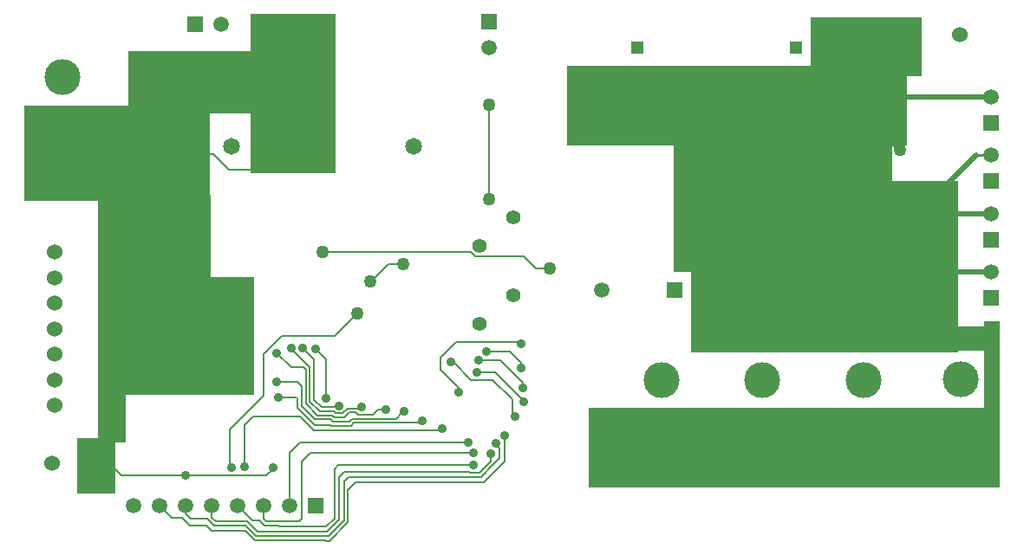
<source format=gbl>
G04*
G04 #@! TF.GenerationSoftware,Altium Limited,Altium Designer,18.1.9 (240)*
G04*
G04 Layer_Physical_Order=2*
G04 Layer_Color=16711680*
%FSLAX25Y25*%
%MOIN*%
G70*
G01*
G75*
%ADD13C,0.00787*%
%ADD15C,0.01000*%
%ADD25R,0.05906X0.05906*%
%ADD60C,0.01968*%
%ADD69C,0.06000*%
%ADD70C,0.06496*%
%ADD71C,0.05906*%
%ADD72R,0.05906X0.05906*%
%ADD73C,0.05512*%
%ADD74C,0.04724*%
%ADD75R,0.04724X0.04724*%
%ADD76C,0.13780*%
%ADD77C,0.05000*%
%ADD78C,0.03543*%
%ADD79R,0.50500X0.24000*%
%ADD80R,0.32777X0.61500*%
%ADD81R,0.34000X0.35000*%
%ADD82R,0.55500X0.45500*%
%ADD83R,1.58000X0.30500*%
%ADD84R,0.06000X0.59324*%
%ADD85R,0.20500X0.09500*%
%ADD86R,1.02500X0.66000*%
%ADD87R,0.84000X0.51000*%
%ADD88R,0.42500X0.22500*%
%ADD89R,1.31000X0.31000*%
%ADD90R,0.11000X0.94000*%
%ADD91R,0.14500X0.21500*%
%ADD92R,0.71500X0.36500*%
D13*
X400000Y433000D02*
X429500D01*
X439000Y423500D01*
X440000D01*
X237500Y373500D02*
X243500Y379500D01*
X249000D01*
X293500Y349500D02*
X294000Y349000D01*
X269500Y349500D02*
X293500D01*
X263500Y343500D02*
X269500Y349500D01*
X263500Y339000D02*
Y343500D01*
Y339000D02*
X270500Y332000D01*
Y330079D02*
Y332000D01*
X118000Y421972D02*
X119528D01*
X137000Y404500D01*
Y302000D02*
Y404500D01*
Y302000D02*
X140824Y298176D01*
X165500D01*
X196528D02*
X199000Y300648D01*
X165500Y298176D02*
X196528D01*
X182500Y301524D02*
Y316000D01*
X195500Y329000D01*
Y345000D01*
X202500Y352000D01*
X222886D01*
X231500Y360614D01*
X155500Y286500D02*
X160000Y282000D01*
X164000D01*
X167000Y279000D01*
X167500Y281500D02*
X173773D01*
X165500Y283500D02*
X167500Y281500D01*
X165500Y283500D02*
Y286500D01*
X167000Y279000D02*
X173500D01*
X175500Y277000D01*
X188319D01*
X191968Y273350D01*
X219150D01*
X219500Y273000D01*
X220802D01*
X227950Y280148D01*
X226375Y280801D02*
Y295875D01*
X224500Y281273D02*
Y297500D01*
X219727Y276500D02*
X224500Y281273D01*
X193273Y276500D02*
X219727D01*
X222625Y281625D02*
Y300648D01*
X219500Y278500D02*
X222625Y281625D01*
X201500Y278500D02*
X219500D01*
X220500Y274925D02*
X226375Y280801D01*
X192621Y274925D02*
X220500D01*
X227950Y280148D02*
Y292622D01*
X230828Y295500D01*
X280126D01*
X288126Y303500D01*
Y313651D01*
X283528Y302301D02*
X286000Y304773D01*
X282626Y303626D02*
Y306675D01*
X278347Y299347D02*
X282626Y303626D01*
X283528Y302028D02*
Y302301D01*
X173773Y281500D02*
X176348Y278925D01*
X188621D01*
X192621Y274925D01*
X226375Y295875D02*
X228000Y297500D01*
X279000D01*
X283528Y302028D01*
X286000Y304773D02*
Y308500D01*
X213300Y306800D02*
X276126D01*
X284626Y309874D02*
X286000Y308500D01*
X284626Y309874D02*
Y310525D01*
X175500Y282000D02*
Y286500D01*
Y282000D02*
X177000Y280500D01*
X189273D01*
X193273Y276500D01*
X224500Y297500D02*
X226500Y299500D01*
X274750D01*
X274903Y299347D01*
X278347D01*
X185500Y286500D02*
X191000Y281000D01*
X193773D01*
X195848Y278925D01*
X201075D01*
X201500Y278500D01*
X222625Y300648D02*
X224276Y302300D01*
X276126D01*
X210098Y281598D02*
Y303598D01*
X213300Y306800D01*
X195500Y281500D02*
Y286500D01*
Y281500D02*
X196500Y280500D01*
X209000D01*
X210098Y281598D01*
X205500Y286500D02*
Y307000D01*
X209500Y311000D01*
X274000D01*
X291000Y322500D02*
X292000Y321500D01*
X291000Y322500D02*
Y327500D01*
X283528Y334972D02*
X291000Y327500D01*
X275028Y334972D02*
X283528D01*
X268295Y341705D02*
X275028Y334972D01*
X267500Y341705D02*
X268295D01*
X294500Y325827D02*
Y328000D01*
X284500Y338000D02*
X294500Y328000D01*
X277299Y338000D02*
X284500D01*
X295000Y333000D02*
Y334000D01*
X286500Y342500D02*
X295000Y334000D01*
X278000Y342500D02*
X286500D01*
X294500Y340500D02*
Y341500D01*
X290000Y346000D02*
X294500Y341500D01*
X281000Y346000D02*
X290000D01*
X282000Y404500D02*
Y441000D01*
X300000Y378000D02*
X305500D01*
X295437Y382563D02*
X300000Y378000D01*
X276869Y382563D02*
X295437D01*
X275132Y384300D02*
X276869Y382563D01*
X218000Y384300D02*
X275132D01*
X207476Y416000D02*
X208476Y417000D01*
X182000Y416000D02*
X207476D01*
X176028Y421972D02*
X182000Y416000D01*
X161472Y421972D02*
X176028D01*
X214898Y315500D02*
X263500D01*
X209398Y321000D02*
X214898Y315500D01*
X191500Y321000D02*
X209398D01*
X188000Y317500D02*
X191500Y321000D01*
X188000Y301524D02*
Y317500D01*
X230125Y318398D02*
X256398D01*
X229050Y317323D02*
X230125Y318398D01*
X221320Y317323D02*
X229050D01*
X221143Y317500D02*
X221320Y317323D01*
X215273Y317500D02*
X221143D01*
X222625Y320472D02*
X226375D01*
X221747Y321350D02*
X222625Y320472D01*
X216150Y321350D02*
X221747D01*
X216986Y322925D02*
X222399D01*
X223277Y322047D01*
X225723D01*
X227676Y324000D01*
X221094Y319776D02*
X221972Y318898D01*
X228398D01*
X214823Y327315D02*
X217638Y324500D01*
X223500D01*
X208524Y324249D02*
X215273Y317500D01*
X210098Y324902D02*
Y332402D01*
X211673Y325827D02*
X216150Y321350D01*
X211673Y325827D02*
Y338827D01*
X213248Y326663D02*
Y339752D01*
Y326663D02*
X216986Y322925D01*
X214823Y327315D02*
Y343000D01*
X208524Y324249D02*
Y327476D01*
X207976Y328024D02*
X208524Y327476D01*
X201000Y328024D02*
X207976D01*
X246500Y320000D02*
X248547Y322047D01*
X238227Y320000D02*
X246500D01*
X238199Y319972D02*
X238227Y320000D01*
X231125Y319972D02*
X238199D01*
X231097Y320000D02*
X231125Y319972D01*
X229500Y320000D02*
X231097D01*
X228328Y322425D02*
X230899D01*
X231777Y321547D01*
X237547D01*
X228398Y318898D02*
X229500Y320000D01*
X215224Y319776D02*
X221094D01*
X210098Y324902D02*
X215224Y319776D01*
X206000Y347000D02*
X213248Y339752D01*
X219500Y328000D02*
Y343000D01*
X208476Y334024D02*
X210098Y332402D01*
X200500Y334024D02*
X208476D01*
X239500Y323500D02*
X241500D01*
X237547Y321547D02*
X239500Y323500D01*
X226375Y320472D02*
X228328Y322425D01*
X227676Y324000D02*
X232000D01*
X210748Y339752D02*
X211673Y338827D01*
X206071Y339752D02*
X210748D01*
X200500Y345323D02*
X206071Y339752D01*
X206000Y347000D02*
Y347323D01*
X210500D02*
X214823Y343000D01*
X215500Y347000D02*
X219500Y343000D01*
D15*
X469500Y421500D02*
X475000D01*
D25*
Y434000D02*
D03*
Y411500D02*
D03*
Y389000D02*
D03*
Y366500D02*
D03*
X282000Y473000D02*
D03*
D60*
X450000Y376500D02*
X475000D01*
X455500Y399000D02*
X475000D01*
X457500Y409500D02*
X469500Y421500D01*
X436500Y444000D02*
X475000D01*
D69*
X114000Y302800D02*
D03*
X463000Y468000D02*
D03*
X115000Y364500D02*
D03*
Y374335D02*
D03*
Y325138D02*
D03*
Y334972D02*
D03*
Y354658D02*
D03*
Y344823D02*
D03*
Y384185D02*
D03*
D70*
X253000Y425000D02*
D03*
X183000D02*
D03*
D71*
X179000Y472000D02*
D03*
X475000Y444000D02*
D03*
Y421500D02*
D03*
Y399000D02*
D03*
Y376500D02*
D03*
X282000Y463000D02*
D03*
X325524Y369500D02*
D03*
X205500Y286500D02*
D03*
X195500D02*
D03*
X185500D02*
D03*
X175500D02*
D03*
X165500D02*
D03*
X155500D02*
D03*
X145500D02*
D03*
D72*
X169000Y472000D02*
D03*
X353476Y369500D02*
D03*
X215500Y286500D02*
D03*
D73*
X291500Y367500D02*
D03*
Y397500D02*
D03*
X278500Y386500D02*
D03*
Y356500D02*
D03*
D74*
X400000Y433000D02*
D03*
X339000D02*
D03*
D75*
X400000Y463000D02*
D03*
X339000D02*
D03*
D76*
X118000Y451500D02*
D03*
Y421972D02*
D03*
X463500Y305500D02*
D03*
Y335028D02*
D03*
X387000Y305445D02*
D03*
Y334972D02*
D03*
X426000Y305445D02*
D03*
Y334972D02*
D03*
X348500Y305472D02*
D03*
Y335000D02*
D03*
D77*
X440000Y423500D02*
D03*
X236500Y373000D02*
D03*
X249000Y379500D02*
D03*
X231500Y360614D02*
D03*
X282000Y404500D02*
D03*
Y441000D02*
D03*
X305500Y378000D02*
D03*
X218000Y384300D02*
D03*
X208476Y418000D02*
D03*
X161472Y421972D02*
D03*
D78*
X295500Y326606D02*
D03*
X294500Y349000D02*
D03*
X270500Y330079D02*
D03*
X199227Y301347D02*
D03*
X165500Y298176D02*
D03*
X183000Y301176D02*
D03*
X282626Y306675D02*
D03*
X276126Y306800D02*
D03*
X288126Y313651D02*
D03*
X284626Y310525D02*
D03*
X276126Y302300D02*
D03*
X274000Y311000D02*
D03*
X292000Y321000D02*
D03*
X295000Y332000D02*
D03*
X294500Y339500D02*
D03*
X278000Y342500D02*
D03*
X277299Y338000D02*
D03*
X281000Y346000D02*
D03*
X264000Y316177D02*
D03*
X188000Y301524D02*
D03*
X267500Y341705D02*
D03*
X256500Y319177D02*
D03*
X249500Y323000D02*
D03*
X233000Y324500D02*
D03*
X219500Y328000D02*
D03*
X242500Y323500D02*
D03*
X224500Y325000D02*
D03*
X201000Y328024D02*
D03*
X200500Y334024D02*
D03*
Y345323D02*
D03*
X206000Y347323D02*
D03*
X210500D02*
D03*
X215500Y347000D02*
D03*
D79*
X168750Y449500D02*
D03*
D80*
X206889Y445250D02*
D03*
D81*
X158000Y389000D02*
D03*
D82*
X164250Y351750D02*
D03*
D83*
X399500Y308750D02*
D03*
D84*
X475500Y327838D02*
D03*
D85*
X467750Y350750D02*
D03*
D86*
X411250Y378500D02*
D03*
D87*
X395000Y402000D02*
D03*
D88*
X427250Y463250D02*
D03*
D89*
X377500Y440500D02*
D03*
D90*
X137000Y358000D02*
D03*
D91*
X131250Y301750D02*
D03*
D92*
X139250Y422250D02*
D03*
M02*

</source>
